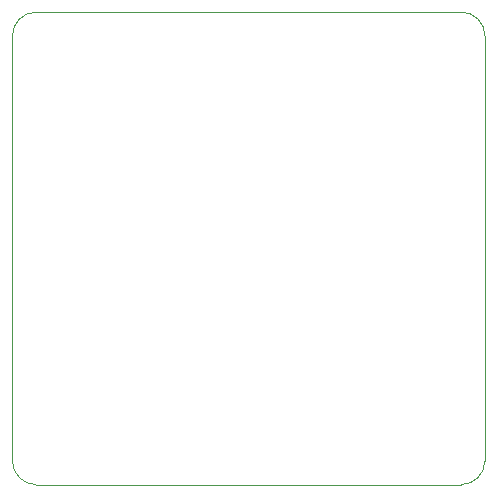
<source format=gbr>
%TF.GenerationSoftware,KiCad,Pcbnew,8.0.4*%
%TF.CreationDate,2024-12-15T23:05:05+02:00*%
%TF.ProjectId,Little Boy - External,4c697474-6c65-4204-926f-79202d204578,rev?*%
%TF.SameCoordinates,Original*%
%TF.FileFunction,Profile,NP*%
%FSLAX46Y46*%
G04 Gerber Fmt 4.6, Leading zero omitted, Abs format (unit mm)*
G04 Created by KiCad (PCBNEW 8.0.4) date 2024-12-15 23:05:05*
%MOMM*%
%LPD*%
G01*
G04 APERTURE LIST*
%TA.AperFunction,Profile*%
%ADD10C,0.100000*%
%TD*%
%TA.AperFunction,Profile*%
%ADD11C,0.050000*%
%TD*%
G04 APERTURE END LIST*
D10*
X125000000Y-83000000D02*
X161000000Y-83000000D01*
X161000000Y-43000000D02*
X125000000Y-43000000D01*
D11*
X125000000Y-83000000D02*
G75*
G02*
X123000000Y-81000000I0J2000000D01*
G01*
X123000000Y-45000000D02*
G75*
G02*
X125000000Y-43000000I2000000J0D01*
G01*
X163000000Y-81000000D02*
G75*
G02*
X161000000Y-83000000I-2000000J0D01*
G01*
X161000000Y-43000000D02*
G75*
G02*
X163000000Y-45000000I0J-2000000D01*
G01*
D10*
X163000000Y-45000000D02*
X163000000Y-81000000D01*
X123000000Y-45000000D02*
X123000000Y-81000000D01*
M02*

</source>
